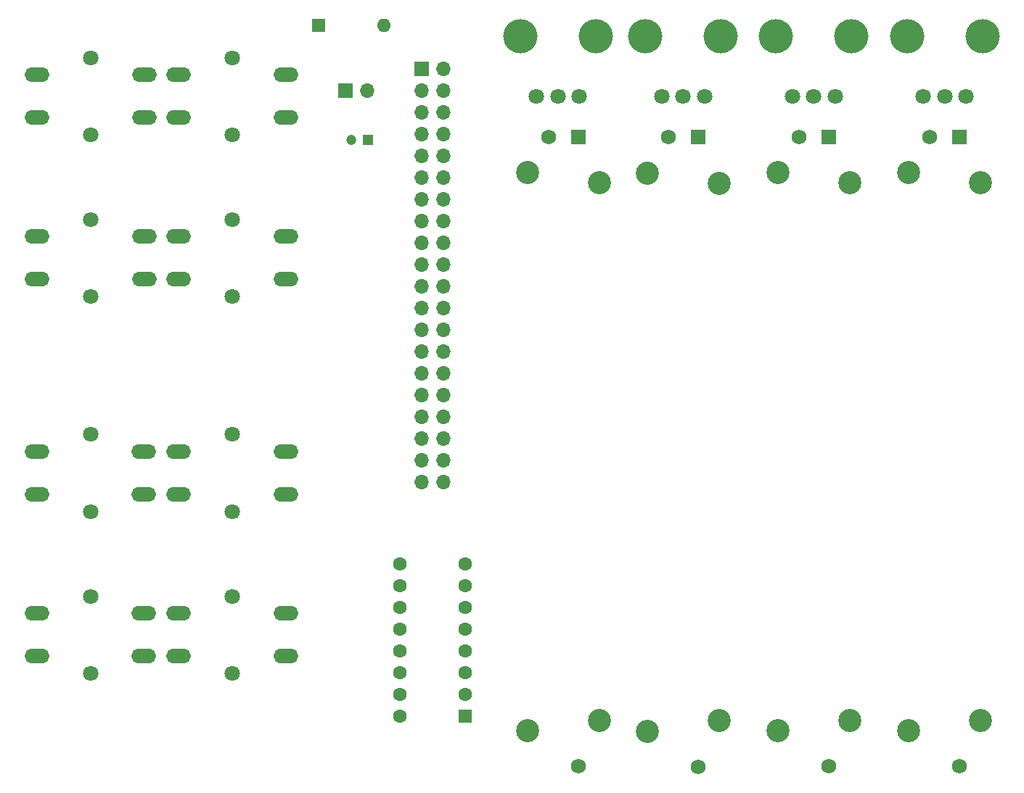
<source format=gbr>
%TF.GenerationSoftware,KiCad,Pcbnew,8.0.5*%
%TF.CreationDate,2025-03-05T22:35:12-05:00*%
%TF.ProjectId,gamepad,67616d65-7061-4642-9e6b-696361645f70,rev?*%
%TF.SameCoordinates,Original*%
%TF.FileFunction,Soldermask,Bot*%
%TF.FilePolarity,Negative*%
%FSLAX46Y46*%
G04 Gerber Fmt 4.6, Leading zero omitted, Abs format (unit mm)*
G04 Created by KiCad (PCBNEW 8.0.5) date 2025-03-05 22:35:12*
%MOMM*%
%LPD*%
G01*
G04 APERTURE LIST*
%ADD10C,1.800000*%
%ADD11O,2.900000X1.700000*%
%ADD12R,1.750000X1.750000*%
%ADD13C,1.750000*%
%ADD14C,2.700000*%
%ADD15C,4.000000*%
%ADD16R,1.200000X1.200000*%
%ADD17C,1.200000*%
%ADD18R,1.700000X1.700000*%
%ADD19O,1.700000X1.700000*%
%ADD20R,1.600000X1.600000*%
%ADD21O,1.600000X1.600000*%
%ADD22C,1.600000*%
G04 APERTURE END LIST*
D10*
%TO.C,SW6*%
X92790000Y-81705000D03*
X92790000Y-90705000D03*
D11*
X86540000Y-83705000D03*
X99040000Y-83705000D03*
X86540000Y-88705000D03*
X99040000Y-88705000D03*
%TD*%
D10*
%TO.C,SW5*%
X92790000Y-62810000D03*
X92790000Y-71810000D03*
D11*
X86540000Y-64810000D03*
X99040000Y-64810000D03*
X86540000Y-69810000D03*
X99040000Y-69810000D03*
%TD*%
D12*
%TO.C,RV2*%
X178915000Y-72065000D03*
D13*
X175415000Y-72065000D03*
X178915000Y-145565000D03*
D14*
X172965000Y-76215000D03*
X181365000Y-77415000D03*
X181365000Y-140215000D03*
X172965000Y-141415000D03*
%TD*%
D10*
%TO.C,SW4*%
X109320000Y-125715000D03*
X109320000Y-134715000D03*
D11*
X103070000Y-127715000D03*
X115570000Y-127715000D03*
X103070000Y-132715000D03*
X115570000Y-132715000D03*
%TD*%
D10*
%TO.C,SW2*%
X92770000Y-125715000D03*
X92770000Y-134715000D03*
D11*
X86520000Y-127715000D03*
X99020000Y-127715000D03*
X86520000Y-132715000D03*
X99020000Y-132715000D03*
%TD*%
D12*
%TO.C,RV1*%
X194155000Y-72065000D03*
D13*
X190655000Y-72065000D03*
X194155000Y-145565000D03*
D14*
X188205000Y-76215000D03*
X196605000Y-77415000D03*
X196605000Y-140215000D03*
X188205000Y-141415000D03*
%TD*%
D10*
%TO.C,SW3*%
X109320000Y-106820000D03*
X109320000Y-115820000D03*
D11*
X103070000Y-108820000D03*
X115570000Y-108820000D03*
X103070000Y-113820000D03*
X115570000Y-113820000D03*
%TD*%
D10*
%TO.C,SW7*%
X109340000Y-62810000D03*
X109340000Y-71810000D03*
D11*
X103090000Y-64810000D03*
X115590000Y-64810000D03*
X103090000Y-69810000D03*
X115590000Y-69810000D03*
%TD*%
D10*
%TO.C,SW1*%
X92770000Y-106820000D03*
X92770000Y-115820000D03*
D11*
X86520000Y-108820000D03*
X99020000Y-108820000D03*
X86520000Y-113820000D03*
X99020000Y-113820000D03*
%TD*%
D15*
%TO.C,RV7*%
X157525000Y-60325000D03*
X166325000Y-60325000D03*
D10*
X164425000Y-67325000D03*
X161925000Y-67325000D03*
X159425000Y-67325000D03*
%TD*%
D12*
%TO.C,RV3*%
X163675000Y-72120000D03*
D13*
X160175000Y-72120000D03*
X163675000Y-145620000D03*
D14*
X157725000Y-76270000D03*
X166125000Y-77470000D03*
X166125000Y-140270000D03*
X157725000Y-141470000D03*
%TD*%
D16*
%TO.C,C1*%
X125190000Y-72390000D03*
D17*
X123190000Y-72390000D03*
%TD*%
D18*
%TO.C,J1*%
X122550000Y-66675000D03*
D19*
X125090000Y-66675000D03*
%TD*%
D15*
%TO.C,RV5*%
X188050000Y-60325000D03*
X196850000Y-60325000D03*
D10*
X194950000Y-67325000D03*
X192450000Y-67325000D03*
X189950000Y-67325000D03*
%TD*%
D15*
%TO.C,RV6*%
X172765000Y-60325000D03*
X181565000Y-60325000D03*
D10*
X179665000Y-67325000D03*
X177165000Y-67325000D03*
X174665000Y-67325000D03*
%TD*%
D20*
%TO.C,SW9*%
X119422500Y-59055000D03*
D21*
X127042500Y-59055000D03*
%TD*%
D15*
%TO.C,RV8*%
X142920000Y-60325000D03*
X151720000Y-60325000D03*
D10*
X149820000Y-67325000D03*
X147320000Y-67325000D03*
X144820000Y-67325000D03*
%TD*%
D12*
%TO.C,RV4*%
X149705000Y-72065000D03*
D13*
X146205000Y-72065000D03*
X149705000Y-145565000D03*
D14*
X143755000Y-76215000D03*
X152155000Y-77415000D03*
X152155000Y-140215000D03*
X143755000Y-141415000D03*
%TD*%
D10*
%TO.C,SW8*%
X109340000Y-81705000D03*
X109340000Y-90705000D03*
D11*
X103090000Y-83705000D03*
X115590000Y-83705000D03*
X103090000Y-88705000D03*
X115590000Y-88705000D03*
%TD*%
D18*
%TO.C,J2*%
X131445000Y-64135000D03*
D19*
X133985000Y-64135000D03*
X131445000Y-66675000D03*
X133985000Y-66675000D03*
X131445000Y-69215000D03*
X133985000Y-69215000D03*
X131445000Y-71755000D03*
X133985000Y-71755000D03*
X131445000Y-74295000D03*
X133985000Y-74295000D03*
X131445000Y-76835000D03*
X133985000Y-76835000D03*
X131445000Y-79375000D03*
X133985000Y-79375000D03*
X131445000Y-81915000D03*
X133985000Y-81915000D03*
X131445000Y-84455000D03*
X133985000Y-84455000D03*
X131445000Y-86995000D03*
X133985000Y-86995000D03*
X131445000Y-89535000D03*
X133985000Y-89535000D03*
X131445000Y-92075000D03*
X133985000Y-92075000D03*
X131445000Y-94615000D03*
X133985000Y-94615000D03*
X131445000Y-97155000D03*
X133985000Y-97155000D03*
X131445000Y-99695000D03*
X133985000Y-99695000D03*
X131445000Y-102235000D03*
X133985000Y-102235000D03*
X131445000Y-104775000D03*
X133985000Y-104775000D03*
X131445000Y-107315000D03*
X133985000Y-107315000D03*
X131445000Y-109855000D03*
X133985000Y-109855000D03*
X131445000Y-112395000D03*
X133985000Y-112395000D03*
%TD*%
D20*
%TO.C,U1*%
X136525000Y-139700000D03*
D22*
X136525000Y-137160000D03*
X136525000Y-134620000D03*
X136525000Y-132080000D03*
X136525000Y-129540000D03*
X136525000Y-127000000D03*
X136525000Y-124460000D03*
X136525000Y-121920000D03*
X128905000Y-121920000D03*
X128905000Y-124460000D03*
X128905000Y-127000000D03*
X128905000Y-129540000D03*
X128905000Y-132080000D03*
X128905000Y-134620000D03*
X128905000Y-137160000D03*
X128905000Y-139700000D03*
%TD*%
M02*

</source>
